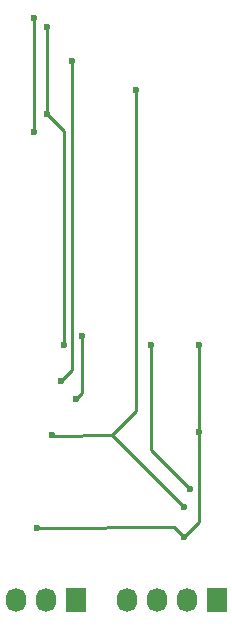
<source format=gbl>
G04 #@! TF.FileFunction,Copper,L2,Bot,Signal*
%FSLAX46Y46*%
G04 Gerber Fmt 4.6, Leading zero omitted, Abs format (unit mm)*
G04 Created by KiCad (PCBNEW 4.0.2-stable) date 2016/07/18 1:21:03*
%MOMM*%
G01*
G04 APERTURE LIST*
%ADD10C,0.100000*%
%ADD11R,1.727200X2.032000*%
%ADD12O,1.727200X2.032000*%
%ADD13C,0.600000*%
%ADD14C,0.250000*%
G04 APERTURE END LIST*
D10*
D11*
X156972000Y-113030000D03*
D12*
X154432000Y-113030000D03*
X151892000Y-113030000D03*
X149352000Y-113030000D03*
D11*
X145034000Y-113030000D03*
D12*
X142494000Y-113030000D03*
X139954000Y-113030000D03*
D13*
X155448000Y-98806000D03*
X155448000Y-91440000D03*
X141478000Y-63754000D03*
X141478000Y-73406000D03*
X141732000Y-106934000D03*
X154178000Y-107696000D03*
X144018000Y-91440000D03*
X142621000Y-64516000D03*
X142621000Y-71882000D03*
X145034000Y-96012000D03*
X145542000Y-90678000D03*
X144729200Y-67386200D03*
X143789400Y-94488000D03*
X150114000Y-69850000D03*
X143002000Y-99060000D03*
X154178000Y-105156000D03*
X154686000Y-103632000D03*
X151384000Y-91440000D03*
D14*
X155448000Y-106426000D02*
X155448000Y-98806000D01*
X155448000Y-98806000D02*
X155448000Y-91440000D01*
X154178000Y-107696000D02*
X155448000Y-106426000D01*
X141478000Y-73406000D02*
X141478000Y-63754000D01*
X153336000Y-106854000D02*
X154178000Y-107696000D01*
X141732000Y-106934000D02*
X153336000Y-106854000D01*
X142621000Y-71882000D02*
X144018000Y-73279000D01*
X144018000Y-73279000D02*
X144018000Y-91440000D01*
X142621000Y-64516000D02*
X142621000Y-71882000D01*
X145542000Y-95504000D02*
X145034000Y-96012000D01*
X145542000Y-90678000D02*
X145542000Y-95504000D01*
X144729200Y-93548200D02*
X144729200Y-67386200D01*
X143789400Y-94488000D02*
X144729200Y-93548200D01*
X148082000Y-99060000D02*
X150114000Y-97028000D01*
X150114000Y-97028000D02*
X150114000Y-69850000D01*
X143002000Y-99060000D02*
X143058400Y-99116400D01*
X143058400Y-99116400D02*
X148082000Y-99060000D01*
X148082000Y-99060000D02*
X154178000Y-105156000D01*
X151384000Y-100330000D02*
X154686000Y-103632000D01*
X151384000Y-91440000D02*
X151384000Y-100330000D01*
M02*

</source>
